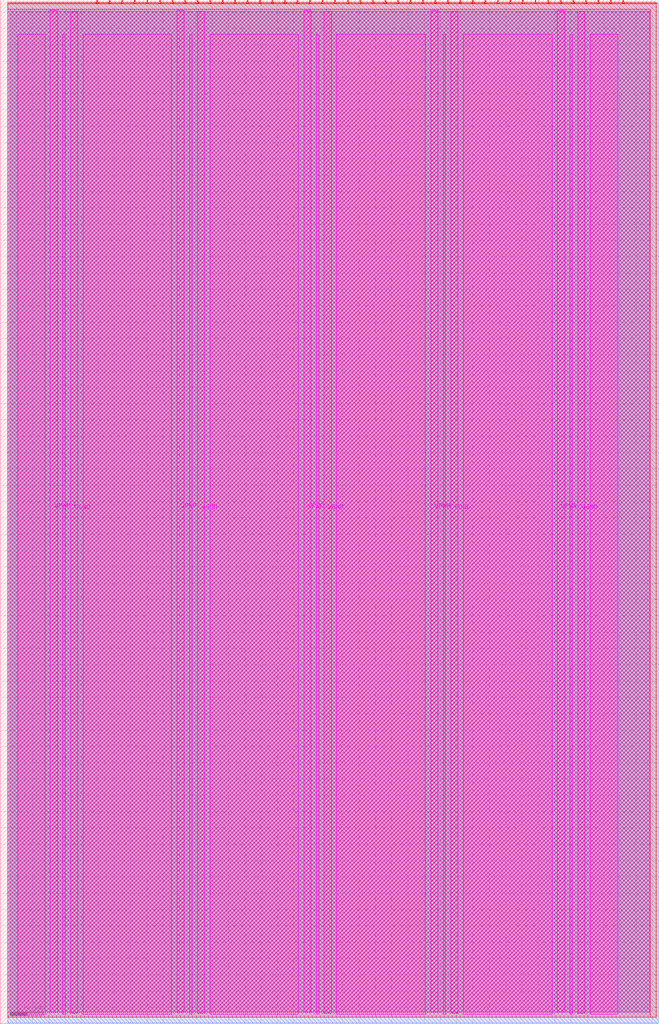
<source format=lef>
VERSION 5.7 ;
  NOWIREEXTENSIONATPIN ON ;
  DIVIDERCHAR "/" ;
  BUSBITCHARS "[]" ;
MACRO tt_um_themightyduckofdoom_bitserial_collatz_checker
  CLASS BLOCK ;
  FOREIGN tt_um_themightyduckofdoom_bitserial_collatz_checker ;
  ORIGIN 0.000 0.000 ;
  SIZE 202.080 BY 313.740 ;
  PIN VGND
    DIRECTION INOUT ;
    USE GROUND ;
    PORT
      LAYER TopMetal1 ;
        RECT 21.580 3.150 23.780 310.180 ;
    END
    PORT
      LAYER TopMetal1 ;
        RECT 60.450 3.150 62.650 310.180 ;
    END
    PORT
      LAYER TopMetal1 ;
        RECT 99.320 3.150 101.520 310.180 ;
    END
    PORT
      LAYER TopMetal1 ;
        RECT 138.190 3.150 140.390 310.180 ;
    END
    PORT
      LAYER TopMetal1 ;
        RECT 177.060 3.150 179.260 310.180 ;
    END
  END VGND
  PIN VPWR
    DIRECTION INOUT ;
    USE POWER ;
    PORT
      LAYER TopMetal1 ;
        RECT 15.380 3.560 17.580 310.590 ;
    END
    PORT
      LAYER TopMetal1 ;
        RECT 54.250 3.560 56.450 310.590 ;
    END
    PORT
      LAYER TopMetal1 ;
        RECT 93.120 3.560 95.320 310.590 ;
    END
    PORT
      LAYER TopMetal1 ;
        RECT 131.990 3.560 134.190 310.590 ;
    END
    PORT
      LAYER TopMetal1 ;
        RECT 170.860 3.560 173.060 310.590 ;
    END
  END VPWR
  PIN clk
    DIRECTION INPUT ;
    USE SIGNAL ;
    ANTENNAGATEAREA 0.725400 ;
    PORT
      LAYER Metal4 ;
        RECT 187.050 312.740 187.350 313.740 ;
    END
  END clk
  PIN ena
    DIRECTION INPUT ;
    USE SIGNAL ;
    PORT
      LAYER Metal4 ;
        RECT 190.890 312.740 191.190 313.740 ;
    END
  END ena
  PIN rst_n
    DIRECTION INPUT ;
    USE SIGNAL ;
    ANTENNAGATEAREA 1.450800 ;
    PORT
      LAYER Metal4 ;
        RECT 183.210 312.740 183.510 313.740 ;
    END
  END rst_n
  PIN ui_in[0]
    DIRECTION INPUT ;
    USE SIGNAL ;
    ANTENNAGATEAREA 0.180700 ;
    PORT
      LAYER Metal4 ;
        RECT 179.370 312.740 179.670 313.740 ;
    END
  END ui_in[0]
  PIN ui_in[1]
    DIRECTION INPUT ;
    USE SIGNAL ;
    ANTENNAGATEAREA 0.180700 ;
    PORT
      LAYER Metal4 ;
        RECT 175.530 312.740 175.830 313.740 ;
    END
  END ui_in[1]
  PIN ui_in[2]
    DIRECTION INPUT ;
    USE SIGNAL ;
    ANTENNAGATEAREA 0.180700 ;
    PORT
      LAYER Metal4 ;
        RECT 171.690 312.740 171.990 313.740 ;
    END
  END ui_in[2]
  PIN ui_in[3]
    DIRECTION INPUT ;
    USE SIGNAL ;
    ANTENNAGATEAREA 0.180700 ;
    PORT
      LAYER Metal4 ;
        RECT 167.850 312.740 168.150 313.740 ;
    END
  END ui_in[3]
  PIN ui_in[4]
    DIRECTION INPUT ;
    USE SIGNAL ;
    PORT
      LAYER Metal4 ;
        RECT 164.010 312.740 164.310 313.740 ;
    END
  END ui_in[4]
  PIN ui_in[5]
    DIRECTION INPUT ;
    USE SIGNAL ;
    PORT
      LAYER Metal4 ;
        RECT 160.170 312.740 160.470 313.740 ;
    END
  END ui_in[5]
  PIN ui_in[6]
    DIRECTION INPUT ;
    USE SIGNAL ;
    PORT
      LAYER Metal4 ;
        RECT 156.330 312.740 156.630 313.740 ;
    END
  END ui_in[6]
  PIN ui_in[7]
    DIRECTION INPUT ;
    USE SIGNAL ;
    PORT
      LAYER Metal4 ;
        RECT 152.490 312.740 152.790 313.740 ;
    END
  END ui_in[7]
  PIN uio_in[0]
    DIRECTION INPUT ;
    USE SIGNAL ;
    PORT
      LAYER Metal4 ;
        RECT 148.650 312.740 148.950 313.740 ;
    END
  END uio_in[0]
  PIN uio_in[1]
    DIRECTION INPUT ;
    USE SIGNAL ;
    PORT
      LAYER Metal4 ;
        RECT 144.810 312.740 145.110 313.740 ;
    END
  END uio_in[1]
  PIN uio_in[2]
    DIRECTION INPUT ;
    USE SIGNAL ;
    PORT
      LAYER Metal4 ;
        RECT 140.970 312.740 141.270 313.740 ;
    END
  END uio_in[2]
  PIN uio_in[3]
    DIRECTION INPUT ;
    USE SIGNAL ;
    PORT
      LAYER Metal4 ;
        RECT 137.130 312.740 137.430 313.740 ;
    END
  END uio_in[3]
  PIN uio_in[4]
    DIRECTION INPUT ;
    USE SIGNAL ;
    PORT
      LAYER Metal4 ;
        RECT 133.290 312.740 133.590 313.740 ;
    END
  END uio_in[4]
  PIN uio_in[5]
    DIRECTION INPUT ;
    USE SIGNAL ;
    PORT
      LAYER Metal4 ;
        RECT 129.450 312.740 129.750 313.740 ;
    END
  END uio_in[5]
  PIN uio_in[6]
    DIRECTION INPUT ;
    USE SIGNAL ;
    PORT
      LAYER Metal4 ;
        RECT 125.610 312.740 125.910 313.740 ;
    END
  END uio_in[6]
  PIN uio_in[7]
    DIRECTION INPUT ;
    USE SIGNAL ;
    PORT
      LAYER Metal4 ;
        RECT 121.770 312.740 122.070 313.740 ;
    END
  END uio_in[7]
  PIN uio_oe[0]
    DIRECTION OUTPUT ;
    USE SIGNAL ;
    ANTENNADIFFAREA 0.299200 ;
    PORT
      LAYER Metal4 ;
        RECT 56.490 312.740 56.790 313.740 ;
    END
  END uio_oe[0]
  PIN uio_oe[1]
    DIRECTION OUTPUT ;
    USE SIGNAL ;
    ANTENNADIFFAREA 0.299200 ;
    PORT
      LAYER Metal4 ;
        RECT 52.650 312.740 52.950 313.740 ;
    END
  END uio_oe[1]
  PIN uio_oe[2]
    DIRECTION OUTPUT ;
    USE SIGNAL ;
    ANTENNADIFFAREA 0.299200 ;
    PORT
      LAYER Metal4 ;
        RECT 48.810 312.740 49.110 313.740 ;
    END
  END uio_oe[2]
  PIN uio_oe[3]
    DIRECTION OUTPUT ;
    USE SIGNAL ;
    ANTENNADIFFAREA 0.299200 ;
    PORT
      LAYER Metal4 ;
        RECT 44.970 312.740 45.270 313.740 ;
    END
  END uio_oe[3]
  PIN uio_oe[4]
    DIRECTION OUTPUT ;
    USE SIGNAL ;
    ANTENNADIFFAREA 0.299200 ;
    PORT
      LAYER Metal4 ;
        RECT 41.130 312.740 41.430 313.740 ;
    END
  END uio_oe[4]
  PIN uio_oe[5]
    DIRECTION OUTPUT ;
    USE SIGNAL ;
    ANTENNADIFFAREA 0.299200 ;
    PORT
      LAYER Metal4 ;
        RECT 37.290 312.740 37.590 313.740 ;
    END
  END uio_oe[5]
  PIN uio_oe[6]
    DIRECTION OUTPUT ;
    USE SIGNAL ;
    ANTENNADIFFAREA 0.299200 ;
    PORT
      LAYER Metal4 ;
        RECT 33.450 312.740 33.750 313.740 ;
    END
  END uio_oe[6]
  PIN uio_oe[7]
    DIRECTION OUTPUT ;
    USE SIGNAL ;
    ANTENNADIFFAREA 0.299200 ;
    PORT
      LAYER Metal4 ;
        RECT 29.610 312.740 29.910 313.740 ;
    END
  END uio_oe[7]
  PIN uio_out[0]
    DIRECTION OUTPUT ;
    USE SIGNAL ;
    ANTENNADIFFAREA 0.299200 ;
    PORT
      LAYER Metal4 ;
        RECT 87.210 312.740 87.510 313.740 ;
    END
  END uio_out[0]
  PIN uio_out[1]
    DIRECTION OUTPUT ;
    USE SIGNAL ;
    ANTENNADIFFAREA 0.299200 ;
    PORT
      LAYER Metal4 ;
        RECT 83.370 312.740 83.670 313.740 ;
    END
  END uio_out[1]
  PIN uio_out[2]
    DIRECTION OUTPUT ;
    USE SIGNAL ;
    ANTENNADIFFAREA 0.299200 ;
    PORT
      LAYER Metal4 ;
        RECT 79.530 312.740 79.830 313.740 ;
    END
  END uio_out[2]
  PIN uio_out[3]
    DIRECTION OUTPUT ;
    USE SIGNAL ;
    ANTENNADIFFAREA 0.299200 ;
    PORT
      LAYER Metal4 ;
        RECT 75.690 312.740 75.990 313.740 ;
    END
  END uio_out[3]
  PIN uio_out[4]
    DIRECTION OUTPUT ;
    USE SIGNAL ;
    ANTENNADIFFAREA 0.299200 ;
    PORT
      LAYER Metal4 ;
        RECT 71.850 312.740 72.150 313.740 ;
    END
  END uio_out[4]
  PIN uio_out[5]
    DIRECTION OUTPUT ;
    USE SIGNAL ;
    ANTENNADIFFAREA 0.299200 ;
    PORT
      LAYER Metal4 ;
        RECT 68.010 312.740 68.310 313.740 ;
    END
  END uio_out[5]
  PIN uio_out[6]
    DIRECTION OUTPUT ;
    USE SIGNAL ;
    ANTENNADIFFAREA 0.299200 ;
    PORT
      LAYER Metal4 ;
        RECT 64.170 312.740 64.470 313.740 ;
    END
  END uio_out[6]
  PIN uio_out[7]
    DIRECTION OUTPUT ;
    USE SIGNAL ;
    ANTENNADIFFAREA 0.299200 ;
    PORT
      LAYER Metal4 ;
        RECT 60.330 312.740 60.630 313.740 ;
    END
  END uio_out[7]
  PIN uo_out[0]
    DIRECTION OUTPUT ;
    USE SIGNAL ;
    ANTENNADIFFAREA 0.708600 ;
    PORT
      LAYER Metal4 ;
        RECT 117.930 312.740 118.230 313.740 ;
    END
  END uo_out[0]
  PIN uo_out[1]
    DIRECTION OUTPUT ;
    USE SIGNAL ;
    ANTENNADIFFAREA 0.708600 ;
    PORT
      LAYER Metal4 ;
        RECT 114.090 312.740 114.390 313.740 ;
    END
  END uo_out[1]
  PIN uo_out[2]
    DIRECTION OUTPUT ;
    USE SIGNAL ;
    ANTENNADIFFAREA 0.708600 ;
    PORT
      LAYER Metal4 ;
        RECT 110.250 312.740 110.550 313.740 ;
    END
  END uo_out[2]
  PIN uo_out[3]
    DIRECTION OUTPUT ;
    USE SIGNAL ;
    ANTENNADIFFAREA 0.708600 ;
    PORT
      LAYER Metal4 ;
        RECT 106.410 312.740 106.710 313.740 ;
    END
  END uo_out[3]
  PIN uo_out[4]
    DIRECTION OUTPUT ;
    USE SIGNAL ;
    ANTENNADIFFAREA 0.299200 ;
    PORT
      LAYER Metal4 ;
        RECT 102.570 312.740 102.870 313.740 ;
    END
  END uo_out[4]
  PIN uo_out[5]
    DIRECTION OUTPUT ;
    USE SIGNAL ;
    ANTENNADIFFAREA 0.299200 ;
    PORT
      LAYER Metal4 ;
        RECT 98.730 312.740 99.030 313.740 ;
    END
  END uo_out[5]
  PIN uo_out[6]
    DIRECTION OUTPUT ;
    USE SIGNAL ;
    ANTENNADIFFAREA 0.299200 ;
    PORT
      LAYER Metal4 ;
        RECT 94.890 312.740 95.190 313.740 ;
    END
  END uo_out[6]
  PIN uo_out[7]
    DIRECTION OUTPUT ;
    USE SIGNAL ;
    ANTENNADIFFAREA 0.299200 ;
    PORT
      LAYER Metal4 ;
        RECT 91.050 312.740 91.350 313.740 ;
    END
  END uo_out[7]
  OBS
      LAYER GatPoly ;
        RECT 2.880 3.630 199.200 310.110 ;
      LAYER Metal1 ;
        RECT 2.880 3.560 199.200 310.180 ;
      LAYER Metal2 ;
        RECT 2.295 0.275 201.705 312.625 ;
      LAYER Metal3 ;
        RECT 2.255 0.320 201.745 312.580 ;
      LAYER Metal4 ;
        RECT 2.295 312.530 29.400 313.000 ;
        RECT 30.120 312.530 33.240 313.000 ;
        RECT 33.960 312.530 37.080 313.000 ;
        RECT 37.800 312.530 40.920 313.000 ;
        RECT 41.640 312.530 44.760 313.000 ;
        RECT 45.480 312.530 48.600 313.000 ;
        RECT 49.320 312.530 52.440 313.000 ;
        RECT 53.160 312.530 56.280 313.000 ;
        RECT 57.000 312.530 60.120 313.000 ;
        RECT 60.840 312.530 63.960 313.000 ;
        RECT 64.680 312.530 67.800 313.000 ;
        RECT 68.520 312.530 71.640 313.000 ;
        RECT 72.360 312.530 75.480 313.000 ;
        RECT 76.200 312.530 79.320 313.000 ;
        RECT 80.040 312.530 83.160 313.000 ;
        RECT 83.880 312.530 87.000 313.000 ;
        RECT 87.720 312.530 90.840 313.000 ;
        RECT 91.560 312.530 94.680 313.000 ;
        RECT 95.400 312.530 98.520 313.000 ;
        RECT 99.240 312.530 102.360 313.000 ;
        RECT 103.080 312.530 106.200 313.000 ;
        RECT 106.920 312.530 110.040 313.000 ;
        RECT 110.760 312.530 113.880 313.000 ;
        RECT 114.600 312.530 117.720 313.000 ;
        RECT 118.440 312.530 121.560 313.000 ;
        RECT 122.280 312.530 125.400 313.000 ;
        RECT 126.120 312.530 129.240 313.000 ;
        RECT 129.960 312.530 133.080 313.000 ;
        RECT 133.800 312.530 136.920 313.000 ;
        RECT 137.640 312.530 140.760 313.000 ;
        RECT 141.480 312.530 144.600 313.000 ;
        RECT 145.320 312.530 148.440 313.000 ;
        RECT 149.160 312.530 152.280 313.000 ;
        RECT 153.000 312.530 156.120 313.000 ;
        RECT 156.840 312.530 159.960 313.000 ;
        RECT 160.680 312.530 163.800 313.000 ;
        RECT 164.520 312.530 167.640 313.000 ;
        RECT 168.360 312.530 171.480 313.000 ;
        RECT 172.200 312.530 175.320 313.000 ;
        RECT 176.040 312.530 179.160 313.000 ;
        RECT 179.880 312.530 183.000 313.000 ;
        RECT 183.720 312.530 186.840 313.000 ;
        RECT 187.560 312.530 190.680 313.000 ;
        RECT 191.400 312.530 201.220 313.000 ;
        RECT 2.295 1.955 201.220 312.530 ;
      LAYER Metal5 ;
        RECT 2.255 2.000 199.345 310.900 ;
      LAYER TopMetal1 ;
        RECT 5.380 2.960 13.740 303.220 ;
        RECT 19.220 2.960 19.940 303.220 ;
        RECT 25.420 2.960 52.610 303.220 ;
        RECT 58.090 2.960 58.810 303.220 ;
        RECT 64.290 2.960 91.480 303.220 ;
        RECT 96.960 2.960 97.680 303.220 ;
        RECT 103.160 2.960 130.350 303.220 ;
        RECT 135.830 2.960 136.550 303.220 ;
        RECT 142.030 2.960 169.220 303.220 ;
        RECT 174.700 2.960 175.420 303.220 ;
        RECT 180.900 2.960 189.420 303.220 ;
  END
END tt_um_themightyduckofdoom_bitserial_collatz_checker
END LIBRARY


</source>
